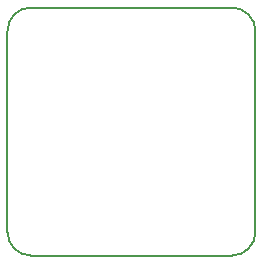
<source format=gko>
G04*
G04 #@! TF.GenerationSoftware,Altium Limited,Altium Designer,20.0.2 (26)*
G04*
G04 Layer_Color=16711935*
%FSTAX24Y24*%
%MOIN*%
G70*
G01*
G75*
%ADD36C,0.0079*%
D36*
X102103Y030384D02*
G03*
X101315Y031172I-000787J0D01*
G01*
Y022904D02*
G03*
X102103Y023691I0J000787D01*
G01*
X094622Y031172D02*
G03*
X093835Y030384I0J-000787D01*
G01*
Y023691D02*
G03*
X094622Y022904I000787J0D01*
G01*
X102103Y023691D02*
Y030384D01*
X094622Y031172D02*
X101315D01*
X093835Y023691D02*
Y030384D01*
X094622Y022904D02*
X101315D01*
M02*

</source>
